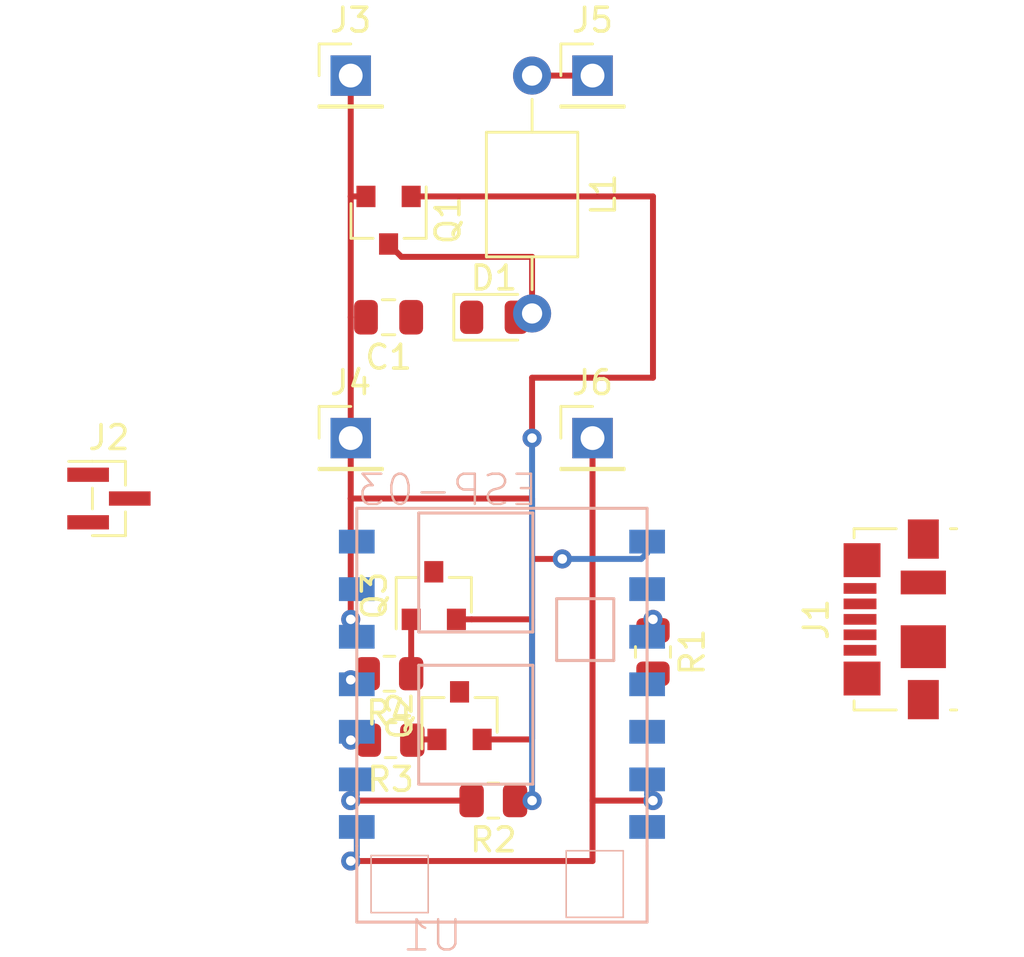
<source format=kicad_pcb>
(kicad_pcb (version 20171130) (host pcbnew 5.1.9+dfsg1-1)

  (general
    (thickness 1.6)
    (drawings 0)
    (tracks 62)
    (zones 0)
    (modules 17)
    (nets 17)
  )

  (page A4)
  (layers
    (0 F.Cu signal)
    (31 B.Cu signal)
    (32 B.Adhes user)
    (33 F.Adhes user)
    (34 B.Paste user)
    (35 F.Paste user)
    (36 B.SilkS user)
    (37 F.SilkS user)
    (38 B.Mask user)
    (39 F.Mask user)
    (40 Dwgs.User user)
    (41 Cmts.User user)
    (42 Eco1.User user)
    (43 Eco2.User user)
    (44 Edge.Cuts user)
    (45 Margin user)
    (46 B.CrtYd user)
    (47 F.CrtYd user)
    (48 B.Fab user)
    (49 F.Fab user)
  )

  (setup
    (last_trace_width 0.25)
    (trace_clearance 0.2)
    (zone_clearance 0.508)
    (zone_45_only no)
    (trace_min 0.2)
    (via_size 0.8)
    (via_drill 0.4)
    (via_min_size 0.4)
    (via_min_drill 0.3)
    (uvia_size 0.3)
    (uvia_drill 0.1)
    (uvias_allowed no)
    (uvia_min_size 0.2)
    (uvia_min_drill 0.1)
    (edge_width 0.05)
    (segment_width 0.2)
    (pcb_text_width 0.3)
    (pcb_text_size 1.5 1.5)
    (mod_edge_width 0.12)
    (mod_text_size 1 1)
    (mod_text_width 0.15)
    (pad_size 1.524 1.524)
    (pad_drill 0.762)
    (pad_to_mask_clearance 0)
    (aux_axis_origin 0 0)
    (visible_elements FFF9FF1F)
    (pcbplotparams
      (layerselection 0x010fc_ffffffff)
      (usegerberextensions false)
      (usegerberattributes true)
      (usegerberadvancedattributes true)
      (creategerberjobfile true)
      (excludeedgelayer true)
      (linewidth 0.100000)
      (plotframeref false)
      (viasonmask false)
      (mode 1)
      (useauxorigin false)
      (hpglpennumber 1)
      (hpglpenspeed 20)
      (hpglpendiameter 15.000000)
      (psnegative false)
      (psa4output false)
      (plotreference true)
      (plotvalue true)
      (plotinvisibletext false)
      (padsonsilk false)
      (subtractmaskfromsilk false)
      (outputformat 1)
      (mirror false)
      (drillshape 1)
      (scaleselection 1)
      (outputdirectory ""))
  )

  (net 0 "")
  (net 1 GND)
  (net 2 "Net-(D1-Pad2)")
  (net 3 "Net-(J1-Pad3)")
  (net 4 "Net-(J1-Pad2)")
  (net 5 "Net-(J1-Pad1)")
  (net 6 "Net-(J2-Pad2)")
  (net 7 "Net-(J2-Pad3)")
  (net 8 "Net-(Q1-Pad1)")
  (net 9 "Net-(R2-Pad2)")
  (net 10 "Net-(R1-Pad1)")
  (net 11 /32V)
  (net 12 "Net-(J6-Pad1)")
  (net 13 "Net-(Q2-Pad1)")
  (net 14 "Net-(Q3-Pad1)")
  (net 15 "Net-(R3-Pad2)")
  (net 16 "Net-(R4-Pad2)")

  (net_class Default "This is the default net class."
    (clearance 0.2)
    (trace_width 0.25)
    (via_dia 0.8)
    (via_drill 0.4)
    (uvia_dia 0.3)
    (uvia_drill 0.1)
    (add_net /32V)
    (add_net GND)
    (add_net "Net-(D1-Pad2)")
    (add_net "Net-(J1-Pad1)")
    (add_net "Net-(J1-Pad2)")
    (add_net "Net-(J1-Pad3)")
    (add_net "Net-(J1-Pad4)")
    (add_net "Net-(J2-Pad2)")
    (add_net "Net-(J2-Pad3)")
    (add_net "Net-(J6-Pad1)")
    (add_net "Net-(Q1-Pad1)")
    (add_net "Net-(Q2-Pad1)")
    (add_net "Net-(Q3-Pad1)")
    (add_net "Net-(R1-Pad1)")
    (add_net "Net-(R2-Pad2)")
    (add_net "Net-(R3-Pad2)")
    (add_net "Net-(R4-Pad2)")
    (add_net "Net-(U1-Pad13)")
    (add_net "Net-(U1-Pad14)")
    (add_net "Net-(U1-Pad2)")
    (add_net "Net-(U1-Pad5)")
    (add_net "Net-(U1-Pad7)")
  )

  (module ESP8266:ESP-03 (layer B.Cu) (tedit 584770AC) (tstamp 601C7BBC)
    (at 71.374 105.44938)
    (descr "Module, ESP-8266, ESP-03, 14 pad, SMD")
    (tags "Module ESP-8266 ESP8266")
    (path /601C5DF6)
    (attr smd)
    (fp_text reference U1 (at 3.17628 4.36498) (layer B.SilkS)
      (effects (font (size 1.27 1.27) (thickness 0.1016)) (justify mirror))
    )
    (fp_text value ESP-03 (at 3.81128 -14.36498) (layer B.SilkS)
      (effects (font (size 1.27 1.27) (thickness 0.1016)) (justify mirror))
    )
    (fp_line (start 0.60072 0.99948) (end 3.00102 0.99948) (layer B.SilkS) (width 0.06604))
    (fp_line (start 3.00102 0.99948) (end 3.00102 3.39978) (layer B.SilkS) (width 0.06604))
    (fp_line (start 0.60072 3.39978) (end 3.00102 3.39978) (layer B.SilkS) (width 0.06604))
    (fp_line (start 0.60072 0.99948) (end 0.60072 3.39978) (layer B.SilkS) (width 0.06604))
    (fp_line (start 8.79984 0.79882) (end 11.1976 0.79882) (layer B.SilkS) (width 0.06604))
    (fp_line (start 11.1976 0.79882) (end 11.1976 3.5979) (layer B.SilkS) (width 0.06604))
    (fp_line (start 8.79984 3.5979) (end 11.1976 3.5979) (layer B.SilkS) (width 0.06604))
    (fp_line (start 8.79984 0.79882) (end 8.79984 3.5979) (layer B.SilkS) (width 0.06604))
    (fp_line (start 0.00128 -13.5979) (end 12.19836 -13.5979) (layer B.SilkS) (width 0.127))
    (fp_line (start 0.00128 3.79856) (end 12.19836 3.79856) (layer B.SilkS) (width 0.127))
    (fp_line (start 12.19836 3.79856) (end 12.19836 0.59816) (layer B.SilkS) (width 0.127))
    (fp_line (start 12.19836 0.59816) (end 12.19836 -13.5979) (layer B.SilkS) (width 0.127))
    (fp_line (start 0.00128 3.79856) (end 0.00128 0.59816) (layer B.SilkS) (width 0.127))
    (fp_line (start 0.00128 0.59816) (end 0.00128 -13.5979) (layer B.SilkS) (width 0.127))
    (fp_line (start 7.39776 -2.00026) (end 2.60224 -2.00026) (layer B.SilkS) (width 0.127))
    (fp_line (start 2.60224 -2.00026) (end 2.60224 -6.99898) (layer B.SilkS) (width 0.127))
    (fp_line (start 2.60224 -6.99898) (end 7.39776 -6.99898) (layer B.SilkS) (width 0.127))
    (fp_line (start 7.39776 -6.99898) (end 7.39776 -2.00026) (layer B.SilkS) (width 0.127))
    (fp_line (start 10.79882 -7.19964) (end 8.39852 -7.19964) (layer B.SilkS) (width 0.127))
    (fp_line (start 8.39852 -7.19964) (end 8.39852 -9.79806) (layer B.SilkS) (width 0.127))
    (fp_line (start 8.39852 -9.79806) (end 10.79882 -9.79806) (layer B.SilkS) (width 0.127))
    (fp_line (start 10.79882 -9.79806) (end 10.79882 -7.19964) (layer B.SilkS) (width 0.127))
    (fp_line (start 7.39776 -8.39852) (end 2.60224 -8.39852) (layer B.SilkS) (width 0.127))
    (fp_line (start 2.60224 -8.39852) (end 2.60224 -13.39978) (layer B.SilkS) (width 0.127))
    (fp_line (start 2.60224 -13.39978) (end 7.39776 -13.39978) (layer B.SilkS) (width 0.127))
    (fp_line (start 7.39776 -13.39978) (end 7.39776 -8.39852) (layer B.SilkS) (width 0.127))
    (pad 8 smd rect (at 0 -0.20194) (size 1.5 1) (layers B.Cu B.Paste B.Mask)
      (net 12 "Net-(J6-Pad1)"))
    (pad 3 smd rect (at 12.2 -8.19786) (size 1.5 1) (layers B.Cu B.Paste B.Mask)
      (net 10 "Net-(R1-Pad1)"))
    (pad 4 smd rect (at 12.2 -6.19888) (size 1.5 1) (layers B.Cu B.Paste B.Mask)
      (net 3 "Net-(J1-Pad3)"))
    (pad 2 smd rect (at 12.2 -10.19938) (size 1.5 1) (layers B.Cu B.Paste B.Mask))
    (pad 5 smd rect (at 12.2 -4.20244) (size 1.5 1) (layers B.Cu B.Paste B.Mask))
    (pad 12 smd rect (at 0 -8.19786) (size 1.5 1) (layers B.Cu B.Paste B.Mask)
      (net 1 GND))
    (pad 9 smd rect (at 0 -2.20092) (size 1.5 1) (layers B.Cu B.Paste B.Mask)
      (net 9 "Net-(R2-Pad2)"))
    (pad 11 smd rect (at 0 -6.19888) (size 1.5 1) (layers B.Cu B.Paste B.Mask)
      (net 16 "Net-(R4-Pad2)"))
    (pad 10 smd rect (at 0 -4.20244) (size 1.5 1) (layers B.Cu B.Paste B.Mask)
      (net 15 "Net-(R3-Pad2)"))
    (pad 13 smd rect (at 0 -10.19938) (size 1.5 1) (layers B.Cu B.Paste B.Mask))
    (pad 14 smd rect (at 0 -12.19836) (size 1.5 1) (layers B.Cu B.Paste B.Mask))
    (pad 1 smd rect (at 12.2 -12.19836) (size 1.5 1) (layers B.Cu B.Paste B.Mask)
      (net 1 GND))
    (pad 6 smd rect (at 12.2 -2.20092) (size 1.5 1) (layers B.Cu B.Paste B.Mask)
      (net 12 "Net-(J6-Pad1)"))
    (pad 7 smd rect (at 12.2 -0.20194) (size 1.5 1) (layers B.Cu B.Paste B.Mask))
  )

  (module Resistor_SMD:R_0805_2012Metric (layer F.Cu) (tedit 5F68FEEE) (tstamp 601D960E)
    (at 72.7475 98.806 180)
    (descr "Resistor SMD 0805 (2012 Metric), square (rectangular) end terminal, IPC_7351 nominal, (Body size source: IPC-SM-782 page 72, https://www.pcb-3d.com/wordpress/wp-content/uploads/ipc-sm-782a_amendment_1_and_2.pdf), generated with kicad-footprint-generator")
    (tags resistor)
    (path /601FB68C)
    (attr smd)
    (fp_text reference R4 (at 0 -1.65) (layer F.SilkS)
      (effects (font (size 1 1) (thickness 0.15)))
    )
    (fp_text value 6k8 (at 0 1.65) (layer F.Fab)
      (effects (font (size 1 1) (thickness 0.15)))
    )
    (fp_text user %R (at 0 0) (layer F.Fab)
      (effects (font (size 0.5 0.5) (thickness 0.08)))
    )
    (fp_line (start -1 0.625) (end -1 -0.625) (layer F.Fab) (width 0.1))
    (fp_line (start -1 -0.625) (end 1 -0.625) (layer F.Fab) (width 0.1))
    (fp_line (start 1 -0.625) (end 1 0.625) (layer F.Fab) (width 0.1))
    (fp_line (start 1 0.625) (end -1 0.625) (layer F.Fab) (width 0.1))
    (fp_line (start -0.227064 -0.735) (end 0.227064 -0.735) (layer F.SilkS) (width 0.12))
    (fp_line (start -0.227064 0.735) (end 0.227064 0.735) (layer F.SilkS) (width 0.12))
    (fp_line (start -1.68 0.95) (end -1.68 -0.95) (layer F.CrtYd) (width 0.05))
    (fp_line (start -1.68 -0.95) (end 1.68 -0.95) (layer F.CrtYd) (width 0.05))
    (fp_line (start 1.68 -0.95) (end 1.68 0.95) (layer F.CrtYd) (width 0.05))
    (fp_line (start 1.68 0.95) (end -1.68 0.95) (layer F.CrtYd) (width 0.05))
    (pad 2 smd roundrect (at 0.9125 0 180) (size 1.025 1.4) (layers F.Cu F.Paste F.Mask) (roundrect_rratio 0.243902)
      (net 16 "Net-(R4-Pad2)"))
    (pad 1 smd roundrect (at -0.9125 0 180) (size 1.025 1.4) (layers F.Cu F.Paste F.Mask) (roundrect_rratio 0.243902)
      (net 14 "Net-(Q3-Pad1)"))
    (model ${KISYS3DMOD}/Resistor_SMD.3dshapes/R_0805_2012Metric.wrl
      (at (xyz 0 0 0))
      (scale (xyz 1 1 1))
      (rotate (xyz 0 0 0))
    )
  )

  (module Resistor_SMD:R_0805_2012Metric (layer F.Cu) (tedit 5F68FEEE) (tstamp 601D95FD)
    (at 72.7945 101.6 180)
    (descr "Resistor SMD 0805 (2012 Metric), square (rectangular) end terminal, IPC_7351 nominal, (Body size source: IPC-SM-782 page 72, https://www.pcb-3d.com/wordpress/wp-content/uploads/ipc-sm-782a_amendment_1_and_2.pdf), generated with kicad-footprint-generator")
    (tags resistor)
    (path /601FA6AE)
    (attr smd)
    (fp_text reference R3 (at 0 -1.65) (layer F.SilkS)
      (effects (font (size 1 1) (thickness 0.15)))
    )
    (fp_text value 6k8 (at 0 1.65) (layer F.Fab)
      (effects (font (size 1 1) (thickness 0.15)))
    )
    (fp_text user %R (at 0 0) (layer F.Fab)
      (effects (font (size 0.5 0.5) (thickness 0.08)))
    )
    (fp_line (start -1 0.625) (end -1 -0.625) (layer F.Fab) (width 0.1))
    (fp_line (start -1 -0.625) (end 1 -0.625) (layer F.Fab) (width 0.1))
    (fp_line (start 1 -0.625) (end 1 0.625) (layer F.Fab) (width 0.1))
    (fp_line (start 1 0.625) (end -1 0.625) (layer F.Fab) (width 0.1))
    (fp_line (start -0.227064 -0.735) (end 0.227064 -0.735) (layer F.SilkS) (width 0.12))
    (fp_line (start -0.227064 0.735) (end 0.227064 0.735) (layer F.SilkS) (width 0.12))
    (fp_line (start -1.68 0.95) (end -1.68 -0.95) (layer F.CrtYd) (width 0.05))
    (fp_line (start -1.68 -0.95) (end 1.68 -0.95) (layer F.CrtYd) (width 0.05))
    (fp_line (start 1.68 -0.95) (end 1.68 0.95) (layer F.CrtYd) (width 0.05))
    (fp_line (start 1.68 0.95) (end -1.68 0.95) (layer F.CrtYd) (width 0.05))
    (pad 2 smd roundrect (at 0.9125 0 180) (size 1.025 1.4) (layers F.Cu F.Paste F.Mask) (roundrect_rratio 0.243902)
      (net 15 "Net-(R3-Pad2)"))
    (pad 1 smd roundrect (at -0.9125 0 180) (size 1.025 1.4) (layers F.Cu F.Paste F.Mask) (roundrect_rratio 0.243902)
      (net 13 "Net-(Q2-Pad1)"))
    (model ${KISYS3DMOD}/Resistor_SMD.3dshapes/R_0805_2012Metric.wrl
      (at (xyz 0 0 0))
      (scale (xyz 1 1 1))
      (rotate (xyz 0 0 0))
    )
  )

  (module Package_TO_SOT_SMD:SOT-23 (layer F.Cu) (tedit 5A02FF57) (tstamp 601D95BC)
    (at 74.61 95.52 90)
    (descr "SOT-23, Standard")
    (tags SOT-23)
    (path /601FB680)
    (attr smd)
    (fp_text reference Q3 (at 0 -2.5 90) (layer F.SilkS)
      (effects (font (size 1 1) (thickness 0.15)))
    )
    (fp_text value MMBT5551L (at 0 2.5 90) (layer F.Fab)
      (effects (font (size 1 1) (thickness 0.15)))
    )
    (fp_text user %R (at 0 0) (layer F.Fab)
      (effects (font (size 0.5 0.5) (thickness 0.075)))
    )
    (fp_line (start -0.7 -0.95) (end -0.7 1.5) (layer F.Fab) (width 0.1))
    (fp_line (start -0.15 -1.52) (end 0.7 -1.52) (layer F.Fab) (width 0.1))
    (fp_line (start -0.7 -0.95) (end -0.15 -1.52) (layer F.Fab) (width 0.1))
    (fp_line (start 0.7 -1.52) (end 0.7 1.52) (layer F.Fab) (width 0.1))
    (fp_line (start -0.7 1.52) (end 0.7 1.52) (layer F.Fab) (width 0.1))
    (fp_line (start 0.76 1.58) (end 0.76 0.65) (layer F.SilkS) (width 0.12))
    (fp_line (start 0.76 -1.58) (end 0.76 -0.65) (layer F.SilkS) (width 0.12))
    (fp_line (start -1.7 -1.75) (end 1.7 -1.75) (layer F.CrtYd) (width 0.05))
    (fp_line (start 1.7 -1.75) (end 1.7 1.75) (layer F.CrtYd) (width 0.05))
    (fp_line (start 1.7 1.75) (end -1.7 1.75) (layer F.CrtYd) (width 0.05))
    (fp_line (start -1.7 1.75) (end -1.7 -1.75) (layer F.CrtYd) (width 0.05))
    (fp_line (start 0.76 -1.58) (end -1.4 -1.58) (layer F.SilkS) (width 0.12))
    (fp_line (start 0.76 1.58) (end -0.7 1.58) (layer F.SilkS) (width 0.12))
    (pad 3 smd rect (at 1 0 90) (size 0.9 0.8) (layers F.Cu F.Paste F.Mask)
      (net 7 "Net-(J2-Pad3)"))
    (pad 2 smd rect (at -1 0.95 90) (size 0.9 0.8) (layers F.Cu F.Paste F.Mask)
      (net 1 GND))
    (pad 1 smd rect (at -1 -0.95 90) (size 0.9 0.8) (layers F.Cu F.Paste F.Mask)
      (net 14 "Net-(Q3-Pad1)"))
    (model ${KISYS3DMOD}/Package_TO_SOT_SMD.3dshapes/SOT-23.wrl
      (at (xyz 0 0 0))
      (scale (xyz 1 1 1))
      (rotate (xyz 0 0 0))
    )
  )

  (module Package_TO_SOT_SMD:SOT-23 (layer F.Cu) (tedit 5A02FF57) (tstamp 601D95A7)
    (at 75.692 100.568 90)
    (descr "SOT-23, Standard")
    (tags SOT-23)
    (path /601FA6A2)
    (attr smd)
    (fp_text reference Q2 (at 0 -2.5 90) (layer F.SilkS)
      (effects (font (size 1 1) (thickness 0.15)))
    )
    (fp_text value MMBT5551L (at 0 2.5 90) (layer F.Fab)
      (effects (font (size 1 1) (thickness 0.15)))
    )
    (fp_text user %R (at 0 0) (layer F.Fab)
      (effects (font (size 0.5 0.5) (thickness 0.075)))
    )
    (fp_line (start -0.7 -0.95) (end -0.7 1.5) (layer F.Fab) (width 0.1))
    (fp_line (start -0.15 -1.52) (end 0.7 -1.52) (layer F.Fab) (width 0.1))
    (fp_line (start -0.7 -0.95) (end -0.15 -1.52) (layer F.Fab) (width 0.1))
    (fp_line (start 0.7 -1.52) (end 0.7 1.52) (layer F.Fab) (width 0.1))
    (fp_line (start -0.7 1.52) (end 0.7 1.52) (layer F.Fab) (width 0.1))
    (fp_line (start 0.76 1.58) (end 0.76 0.65) (layer F.SilkS) (width 0.12))
    (fp_line (start 0.76 -1.58) (end 0.76 -0.65) (layer F.SilkS) (width 0.12))
    (fp_line (start -1.7 -1.75) (end 1.7 -1.75) (layer F.CrtYd) (width 0.05))
    (fp_line (start 1.7 -1.75) (end 1.7 1.75) (layer F.CrtYd) (width 0.05))
    (fp_line (start 1.7 1.75) (end -1.7 1.75) (layer F.CrtYd) (width 0.05))
    (fp_line (start -1.7 1.75) (end -1.7 -1.75) (layer F.CrtYd) (width 0.05))
    (fp_line (start 0.76 -1.58) (end -1.4 -1.58) (layer F.SilkS) (width 0.12))
    (fp_line (start 0.76 1.58) (end -0.7 1.58) (layer F.SilkS) (width 0.12))
    (pad 3 smd rect (at 1 0 90) (size 0.9 0.8) (layers F.Cu F.Paste F.Mask)
      (net 6 "Net-(J2-Pad2)"))
    (pad 2 smd rect (at -1 0.95 90) (size 0.9 0.8) (layers F.Cu F.Paste F.Mask)
      (net 1 GND))
    (pad 1 smd rect (at -1 -0.95 90) (size 0.9 0.8) (layers F.Cu F.Paste F.Mask)
      (net 13 "Net-(Q2-Pad1)"))
    (model ${KISYS3DMOD}/Package_TO_SOT_SMD.3dshapes/SOT-23.wrl
      (at (xyz 0 0 0))
      (scale (xyz 1 1 1))
      (rotate (xyz 0 0 0))
    )
  )

  (module Connector_PinHeader_2.54mm:PinHeader_1x01_P2.54mm_Vertical (layer F.Cu) (tedit 59FED5CC) (tstamp 601D953E)
    (at 81.28 88.9)
    (descr "Through hole straight pin header, 1x01, 2.54mm pitch, single row")
    (tags "Through hole pin header THT 1x01 2.54mm single row")
    (path /6021A11C)
    (fp_text reference J6 (at 0 -2.33) (layer F.SilkS)
      (effects (font (size 1 1) (thickness 0.15)))
    )
    (fp_text value 2V6 (at 0 2.33) (layer F.Fab)
      (effects (font (size 1 1) (thickness 0.15)))
    )
    (fp_text user %R (at 0 0 90) (layer F.Fab)
      (effects (font (size 1 1) (thickness 0.15)))
    )
    (fp_line (start -0.635 -1.27) (end 1.27 -1.27) (layer F.Fab) (width 0.1))
    (fp_line (start 1.27 -1.27) (end 1.27 1.27) (layer F.Fab) (width 0.1))
    (fp_line (start 1.27 1.27) (end -1.27 1.27) (layer F.Fab) (width 0.1))
    (fp_line (start -1.27 1.27) (end -1.27 -0.635) (layer F.Fab) (width 0.1))
    (fp_line (start -1.27 -0.635) (end -0.635 -1.27) (layer F.Fab) (width 0.1))
    (fp_line (start -1.33 1.33) (end 1.33 1.33) (layer F.SilkS) (width 0.12))
    (fp_line (start -1.33 1.27) (end -1.33 1.33) (layer F.SilkS) (width 0.12))
    (fp_line (start 1.33 1.27) (end 1.33 1.33) (layer F.SilkS) (width 0.12))
    (fp_line (start -1.33 1.27) (end 1.33 1.27) (layer F.SilkS) (width 0.12))
    (fp_line (start -1.33 0) (end -1.33 -1.33) (layer F.SilkS) (width 0.12))
    (fp_line (start -1.33 -1.33) (end 0 -1.33) (layer F.SilkS) (width 0.12))
    (fp_line (start -1.8 -1.8) (end -1.8 1.8) (layer F.CrtYd) (width 0.05))
    (fp_line (start -1.8 1.8) (end 1.8 1.8) (layer F.CrtYd) (width 0.05))
    (fp_line (start 1.8 1.8) (end 1.8 -1.8) (layer F.CrtYd) (width 0.05))
    (fp_line (start 1.8 -1.8) (end -1.8 -1.8) (layer F.CrtYd) (width 0.05))
    (pad 1 thru_hole rect (at 0 0) (size 1.7 1.7) (drill 1) (layers *.Cu *.Mask)
      (net 12 "Net-(J6-Pad1)"))
    (model ${KISYS3DMOD}/Connector_PinHeader_2.54mm.3dshapes/PinHeader_1x01_P2.54mm_Vertical.wrl
      (at (xyz 0 0 0))
      (scale (xyz 1 1 1))
      (rotate (xyz 0 0 0))
    )
  )

  (module Connector_PinHeader_2.54mm:PinHeader_1x01_P2.54mm_Vertical (layer F.Cu) (tedit 59FED5CC) (tstamp 601D9F4E)
    (at 81.28 73.66)
    (descr "Through hole straight pin header, 1x01, 2.54mm pitch, single row")
    (tags "Through hole pin header THT 1x01 2.54mm single row")
    (path /6021B4A7)
    (fp_text reference J5 (at 0 -2.33) (layer F.SilkS)
      (effects (font (size 1 1) (thickness 0.15)))
    )
    (fp_text value 5V (at 0 2.33) (layer F.Fab)
      (effects (font (size 1 1) (thickness 0.15)))
    )
    (fp_text user %R (at 0 0 90) (layer F.Fab)
      (effects (font (size 1 1) (thickness 0.15)))
    )
    (fp_line (start -0.635 -1.27) (end 1.27 -1.27) (layer F.Fab) (width 0.1))
    (fp_line (start 1.27 -1.27) (end 1.27 1.27) (layer F.Fab) (width 0.1))
    (fp_line (start 1.27 1.27) (end -1.27 1.27) (layer F.Fab) (width 0.1))
    (fp_line (start -1.27 1.27) (end -1.27 -0.635) (layer F.Fab) (width 0.1))
    (fp_line (start -1.27 -0.635) (end -0.635 -1.27) (layer F.Fab) (width 0.1))
    (fp_line (start -1.33 1.33) (end 1.33 1.33) (layer F.SilkS) (width 0.12))
    (fp_line (start -1.33 1.27) (end -1.33 1.33) (layer F.SilkS) (width 0.12))
    (fp_line (start 1.33 1.27) (end 1.33 1.33) (layer F.SilkS) (width 0.12))
    (fp_line (start -1.33 1.27) (end 1.33 1.27) (layer F.SilkS) (width 0.12))
    (fp_line (start -1.33 0) (end -1.33 -1.33) (layer F.SilkS) (width 0.12))
    (fp_line (start -1.33 -1.33) (end 0 -1.33) (layer F.SilkS) (width 0.12))
    (fp_line (start -1.8 -1.8) (end -1.8 1.8) (layer F.CrtYd) (width 0.05))
    (fp_line (start -1.8 1.8) (end 1.8 1.8) (layer F.CrtYd) (width 0.05))
    (fp_line (start 1.8 1.8) (end 1.8 -1.8) (layer F.CrtYd) (width 0.05))
    (fp_line (start 1.8 -1.8) (end -1.8 -1.8) (layer F.CrtYd) (width 0.05))
    (pad 1 thru_hole rect (at 0 0) (size 1.7 1.7) (drill 1) (layers *.Cu *.Mask)
      (net 5 "Net-(J1-Pad1)"))
    (model ${KISYS3DMOD}/Connector_PinHeader_2.54mm.3dshapes/PinHeader_1x01_P2.54mm_Vertical.wrl
      (at (xyz 0 0 0))
      (scale (xyz 1 1 1))
      (rotate (xyz 0 0 0))
    )
  )

  (module Connector_PinHeader_2.54mm:PinHeader_1x01_P2.54mm_Vertical (layer F.Cu) (tedit 59FED5CC) (tstamp 601D9514)
    (at 71.12 88.9)
    (descr "Through hole straight pin header, 1x01, 2.54mm pitch, single row")
    (tags "Through hole pin header THT 1x01 2.54mm single row")
    (path /6021C174)
    (fp_text reference J4 (at 0 -2.33) (layer F.SilkS)
      (effects (font (size 1 1) (thickness 0.15)))
    )
    (fp_text value GND (at 0 2.33) (layer F.Fab)
      (effects (font (size 1 1) (thickness 0.15)))
    )
    (fp_text user %R (at 0 0 90) (layer F.Fab)
      (effects (font (size 1 1) (thickness 0.15)))
    )
    (fp_line (start -0.635 -1.27) (end 1.27 -1.27) (layer F.Fab) (width 0.1))
    (fp_line (start 1.27 -1.27) (end 1.27 1.27) (layer F.Fab) (width 0.1))
    (fp_line (start 1.27 1.27) (end -1.27 1.27) (layer F.Fab) (width 0.1))
    (fp_line (start -1.27 1.27) (end -1.27 -0.635) (layer F.Fab) (width 0.1))
    (fp_line (start -1.27 -0.635) (end -0.635 -1.27) (layer F.Fab) (width 0.1))
    (fp_line (start -1.33 1.33) (end 1.33 1.33) (layer F.SilkS) (width 0.12))
    (fp_line (start -1.33 1.27) (end -1.33 1.33) (layer F.SilkS) (width 0.12))
    (fp_line (start 1.33 1.27) (end 1.33 1.33) (layer F.SilkS) (width 0.12))
    (fp_line (start -1.33 1.27) (end 1.33 1.27) (layer F.SilkS) (width 0.12))
    (fp_line (start -1.33 0) (end -1.33 -1.33) (layer F.SilkS) (width 0.12))
    (fp_line (start -1.33 -1.33) (end 0 -1.33) (layer F.SilkS) (width 0.12))
    (fp_line (start -1.8 -1.8) (end -1.8 1.8) (layer F.CrtYd) (width 0.05))
    (fp_line (start -1.8 1.8) (end 1.8 1.8) (layer F.CrtYd) (width 0.05))
    (fp_line (start 1.8 1.8) (end 1.8 -1.8) (layer F.CrtYd) (width 0.05))
    (fp_line (start 1.8 -1.8) (end -1.8 -1.8) (layer F.CrtYd) (width 0.05))
    (pad 1 thru_hole rect (at 0 0) (size 1.7 1.7) (drill 1) (layers *.Cu *.Mask)
      (net 1 GND))
    (model ${KISYS3DMOD}/Connector_PinHeader_2.54mm.3dshapes/PinHeader_1x01_P2.54mm_Vertical.wrl
      (at (xyz 0 0 0))
      (scale (xyz 1 1 1))
      (rotate (xyz 0 0 0))
    )
  )

  (module Connector_PinHeader_2.54mm:PinHeader_1x01_P2.54mm_Vertical (layer F.Cu) (tedit 59FED5CC) (tstamp 601D94FF)
    (at 71.12 73.66)
    (descr "Through hole straight pin header, 1x01, 2.54mm pitch, single row")
    (tags "Through hole pin header THT 1x01 2.54mm single row")
    (path /6021E505)
    (fp_text reference J3 (at 0 -2.33) (layer F.SilkS)
      (effects (font (size 1 1) (thickness 0.15)))
    )
    (fp_text value GND (at 0 2.33) (layer F.Fab)
      (effects (font (size 1 1) (thickness 0.15)))
    )
    (fp_text user %R (at 0 0 90) (layer F.Fab)
      (effects (font (size 1 1) (thickness 0.15)))
    )
    (fp_line (start -0.635 -1.27) (end 1.27 -1.27) (layer F.Fab) (width 0.1))
    (fp_line (start 1.27 -1.27) (end 1.27 1.27) (layer F.Fab) (width 0.1))
    (fp_line (start 1.27 1.27) (end -1.27 1.27) (layer F.Fab) (width 0.1))
    (fp_line (start -1.27 1.27) (end -1.27 -0.635) (layer F.Fab) (width 0.1))
    (fp_line (start -1.27 -0.635) (end -0.635 -1.27) (layer F.Fab) (width 0.1))
    (fp_line (start -1.33 1.33) (end 1.33 1.33) (layer F.SilkS) (width 0.12))
    (fp_line (start -1.33 1.27) (end -1.33 1.33) (layer F.SilkS) (width 0.12))
    (fp_line (start 1.33 1.27) (end 1.33 1.33) (layer F.SilkS) (width 0.12))
    (fp_line (start -1.33 1.27) (end 1.33 1.27) (layer F.SilkS) (width 0.12))
    (fp_line (start -1.33 0) (end -1.33 -1.33) (layer F.SilkS) (width 0.12))
    (fp_line (start -1.33 -1.33) (end 0 -1.33) (layer F.SilkS) (width 0.12))
    (fp_line (start -1.8 -1.8) (end -1.8 1.8) (layer F.CrtYd) (width 0.05))
    (fp_line (start -1.8 1.8) (end 1.8 1.8) (layer F.CrtYd) (width 0.05))
    (fp_line (start 1.8 1.8) (end 1.8 -1.8) (layer F.CrtYd) (width 0.05))
    (fp_line (start 1.8 -1.8) (end -1.8 -1.8) (layer F.CrtYd) (width 0.05))
    (pad 1 thru_hole rect (at 0 0) (size 1.7 1.7) (drill 1) (layers *.Cu *.Mask)
      (net 1 GND))
    (model ${KISYS3DMOD}/Connector_PinHeader_2.54mm.3dshapes/PinHeader_1x01_P2.54mm_Vertical.wrl
      (at (xyz 0 0 0))
      (scale (xyz 1 1 1))
      (rotate (xyz 0 0 0))
    )
  )

  (module Resistor_SMD:R_0805_2012Metric (layer F.Cu) (tedit 5F68FEEE) (tstamp 601C811D)
    (at 83.82 97.8935 270)
    (descr "Resistor SMD 0805 (2012 Metric), square (rectangular) end terminal, IPC_7351 nominal, (Body size source: IPC-SM-782 page 72, https://www.pcb-3d.com/wordpress/wp-content/uploads/ipc-sm-782a_amendment_1_and_2.pdf), generated with kicad-footprint-generator")
    (tags resistor)
    (path /601C7B7A)
    (attr smd)
    (fp_text reference R1 (at 0 -1.65 90) (layer F.SilkS)
      (effects (font (size 1 1) (thickness 0.15)))
    )
    (fp_text value 0?R (at 0 1.65 90) (layer F.Fab)
      (effects (font (size 1 1) (thickness 0.15)))
    )
    (fp_text user %R (at 0 0 90) (layer F.Fab)
      (effects (font (size 0.5 0.5) (thickness 0.08)))
    )
    (fp_line (start -1 0.625) (end -1 -0.625) (layer F.Fab) (width 0.1))
    (fp_line (start -1 -0.625) (end 1 -0.625) (layer F.Fab) (width 0.1))
    (fp_line (start 1 -0.625) (end 1 0.625) (layer F.Fab) (width 0.1))
    (fp_line (start 1 0.625) (end -1 0.625) (layer F.Fab) (width 0.1))
    (fp_line (start -0.227064 -0.735) (end 0.227064 -0.735) (layer F.SilkS) (width 0.12))
    (fp_line (start -0.227064 0.735) (end 0.227064 0.735) (layer F.SilkS) (width 0.12))
    (fp_line (start -1.68 0.95) (end -1.68 -0.95) (layer F.CrtYd) (width 0.05))
    (fp_line (start -1.68 -0.95) (end 1.68 -0.95) (layer F.CrtYd) (width 0.05))
    (fp_line (start 1.68 -0.95) (end 1.68 0.95) (layer F.CrtYd) (width 0.05))
    (fp_line (start 1.68 0.95) (end -1.68 0.95) (layer F.CrtYd) (width 0.05))
    (pad 2 smd roundrect (at 0.9125 0 270) (size 1.025 1.4) (layers F.Cu F.Paste F.Mask) (roundrect_rratio 0.243902)
      (net 4 "Net-(J1-Pad2)"))
    (pad 1 smd roundrect (at -0.9125 0 270) (size 1.025 1.4) (layers F.Cu F.Paste F.Mask) (roundrect_rratio 0.243902)
      (net 10 "Net-(R1-Pad1)"))
    (model ${KISYS3DMOD}/Resistor_SMD.3dshapes/R_0805_2012Metric.wrl
      (at (xyz 0 0 0))
      (scale (xyz 1 1 1))
      (rotate (xyz 0 0 0))
    )
  )

  (module Resistor_SMD:R_0805_2012Metric (layer F.Cu) (tedit 5F68FEEE) (tstamp 601C76E9)
    (at 77.1125 104.14 180)
    (descr "Resistor SMD 0805 (2012 Metric), square (rectangular) end terminal, IPC_7351 nominal, (Body size source: IPC-SM-782 page 72, https://www.pcb-3d.com/wordpress/wp-content/uploads/ipc-sm-782a_amendment_1_and_2.pdf), generated with kicad-footprint-generator")
    (tags resistor)
    (path /601DC5F4)
    (attr smd)
    (fp_text reference R2 (at 0 -1.65) (layer F.SilkS)
      (effects (font (size 1 1) (thickness 0.15)))
    )
    (fp_text value 1k5 (at 0 1.65) (layer F.Fab)
      (effects (font (size 1 1) (thickness 0.15)))
    )
    (fp_text user %R (at 0 0) (layer F.Fab)
      (effects (font (size 0.5 0.5) (thickness 0.08)))
    )
    (fp_line (start -1 0.625) (end -1 -0.625) (layer F.Fab) (width 0.1))
    (fp_line (start -1 -0.625) (end 1 -0.625) (layer F.Fab) (width 0.1))
    (fp_line (start 1 -0.625) (end 1 0.625) (layer F.Fab) (width 0.1))
    (fp_line (start 1 0.625) (end -1 0.625) (layer F.Fab) (width 0.1))
    (fp_line (start -0.227064 -0.735) (end 0.227064 -0.735) (layer F.SilkS) (width 0.12))
    (fp_line (start -0.227064 0.735) (end 0.227064 0.735) (layer F.SilkS) (width 0.12))
    (fp_line (start -1.68 0.95) (end -1.68 -0.95) (layer F.CrtYd) (width 0.05))
    (fp_line (start -1.68 -0.95) (end 1.68 -0.95) (layer F.CrtYd) (width 0.05))
    (fp_line (start 1.68 -0.95) (end 1.68 0.95) (layer F.CrtYd) (width 0.05))
    (fp_line (start 1.68 0.95) (end -1.68 0.95) (layer F.CrtYd) (width 0.05))
    (pad 2 smd roundrect (at 0.9125 0 180) (size 1.025 1.4) (layers F.Cu F.Paste F.Mask) (roundrect_rratio 0.243902)
      (net 9 "Net-(R2-Pad2)"))
    (pad 1 smd roundrect (at -0.9125 0 180) (size 1.025 1.4) (layers F.Cu F.Paste F.Mask) (roundrect_rratio 0.243902)
      (net 8 "Net-(Q1-Pad1)"))
    (model ${KISYS3DMOD}/Resistor_SMD.3dshapes/R_0805_2012Metric.wrl
      (at (xyz 0 0 0))
      (scale (xyz 1 1 1))
      (rotate (xyz 0 0 0))
    )
  )

  (module Package_TO_SOT_SMD:SOT-23 (layer F.Cu) (tedit 5A02FF57) (tstamp 601C76D8)
    (at 72.71 79.74 270)
    (descr "SOT-23, Standard")
    (tags SOT-23)
    (path /601CD246)
    (attr smd)
    (fp_text reference Q1 (at 0 -2.5 90) (layer F.SilkS)
      (effects (font (size 1 1) (thickness 0.15)))
    )
    (fp_text value MMBT5551L (at 0 2.5 90) (layer F.Fab)
      (effects (font (size 1 1) (thickness 0.15)))
    )
    (fp_text user %R (at 0 0) (layer F.Fab)
      (effects (font (size 0.5 0.5) (thickness 0.075)))
    )
    (fp_line (start -0.7 -0.95) (end -0.7 1.5) (layer F.Fab) (width 0.1))
    (fp_line (start -0.15 -1.52) (end 0.7 -1.52) (layer F.Fab) (width 0.1))
    (fp_line (start -0.7 -0.95) (end -0.15 -1.52) (layer F.Fab) (width 0.1))
    (fp_line (start 0.7 -1.52) (end 0.7 1.52) (layer F.Fab) (width 0.1))
    (fp_line (start -0.7 1.52) (end 0.7 1.52) (layer F.Fab) (width 0.1))
    (fp_line (start 0.76 1.58) (end 0.76 0.65) (layer F.SilkS) (width 0.12))
    (fp_line (start 0.76 -1.58) (end 0.76 -0.65) (layer F.SilkS) (width 0.12))
    (fp_line (start -1.7 -1.75) (end 1.7 -1.75) (layer F.CrtYd) (width 0.05))
    (fp_line (start 1.7 -1.75) (end 1.7 1.75) (layer F.CrtYd) (width 0.05))
    (fp_line (start 1.7 1.75) (end -1.7 1.75) (layer F.CrtYd) (width 0.05))
    (fp_line (start -1.7 1.75) (end -1.7 -1.75) (layer F.CrtYd) (width 0.05))
    (fp_line (start 0.76 -1.58) (end -1.4 -1.58) (layer F.SilkS) (width 0.12))
    (fp_line (start 0.76 1.58) (end -0.7 1.58) (layer F.SilkS) (width 0.12))
    (pad 3 smd rect (at 1 0 270) (size 0.9 0.8) (layers F.Cu F.Paste F.Mask)
      (net 2 "Net-(D1-Pad2)"))
    (pad 2 smd rect (at -1 0.95 270) (size 0.9 0.8) (layers F.Cu F.Paste F.Mask)
      (net 1 GND))
    (pad 1 smd rect (at -1 -0.95 270) (size 0.9 0.8) (layers F.Cu F.Paste F.Mask)
      (net 8 "Net-(Q1-Pad1)"))
    (model ${KISYS3DMOD}/Package_TO_SOT_SMD.3dshapes/SOT-23.wrl
      (at (xyz 0 0 0))
      (scale (xyz 1 1 1))
      (rotate (xyz 0 0 0))
    )
  )

  (module Inductor_THT:L_Axial_L5.0mm_D3.6mm_P10.00mm_Horizontal_Murata_BL01RN1A2A2 (layer F.Cu) (tedit 5BC67E52) (tstamp 601C76C3)
    (at 78.74 73.66 270)
    (descr "Inductor, Murata BL01RN1A2A2, Axial, Horizontal, pin pitch=10.00mm, length*diameter=5*3.6mm, https://www.murata.com/en-global/products/productdetail?partno=BL01RN1A2A2%23")
    (tags "inductor axial horizontal")
    (path /601C832F)
    (fp_text reference L1 (at 5 -3 90) (layer F.SilkS)
      (effects (font (size 1 1) (thickness 0.15)))
    )
    (fp_text value 220µ (at 5 3 90) (layer F.Fab)
      (effects (font (size 1 1) (thickness 0.15)))
    )
    (fp_text user %R (at 5 0 90) (layer F.Fab)
      (effects (font (size 1 1) (thickness 0.15)))
    )
    (fp_line (start 2.5 -1.8) (end 2.5 1.8) (layer F.Fab) (width 0.1))
    (fp_line (start 2.5 1.8) (end 7.5 1.8) (layer F.Fab) (width 0.1))
    (fp_line (start 7.5 1.8) (end 7.5 -1.8) (layer F.Fab) (width 0.1))
    (fp_line (start 7.5 -1.8) (end 2.5 -1.8) (layer F.Fab) (width 0.1))
    (fp_line (start 0 0) (end 2.5 0) (layer F.Fab) (width 0.1))
    (fp_line (start 10 0) (end 7.5 0) (layer F.Fab) (width 0.1))
    (fp_line (start 2.38 -1.92) (end 2.38 1.92) (layer F.SilkS) (width 0.12))
    (fp_line (start 2.38 1.92) (end 7.62 1.92) (layer F.SilkS) (width 0.12))
    (fp_line (start 7.62 1.92) (end 7.62 -1.92) (layer F.SilkS) (width 0.12))
    (fp_line (start 7.62 -1.92) (end 2.38 -1.92) (layer F.SilkS) (width 0.12))
    (fp_line (start 1 0) (end 2.38 0) (layer F.SilkS) (width 0.12))
    (fp_line (start 9 0) (end 7.62 0) (layer F.SilkS) (width 0.12))
    (fp_line (start -1.05 -2.05) (end -1.05 2.05) (layer F.CrtYd) (width 0.05))
    (fp_line (start -1.05 2.05) (end 11.05 2.05) (layer F.CrtYd) (width 0.05))
    (fp_line (start 11.05 2.05) (end 11.05 -2.05) (layer F.CrtYd) (width 0.05))
    (fp_line (start 11.05 -2.05) (end -1.05 -2.05) (layer F.CrtYd) (width 0.05))
    (pad 2 thru_hole oval (at 10 0 270) (size 1.6 1.6) (drill 0.85) (layers *.Cu *.Mask)
      (net 2 "Net-(D1-Pad2)"))
    (pad 1 thru_hole circle (at 0 0 270) (size 1.6 1.6) (drill 0.85) (layers *.Cu *.Mask)
      (net 5 "Net-(J1-Pad1)"))
    (model ${KISYS3DMOD}/Inductor_THT.3dshapes/L_Axial_L5.0mm_D3.6mm_P10.00mm_Horizontal_Murata_BL01RN1A2A2.wrl
      (at (xyz 0 0 0))
      (scale (xyz 1 1 1))
      (rotate (xyz 0 0 0))
    )
  )

  (module Connector_PinHeader_1.00mm:PinHeader_1x03_P1.00mm_Vertical_SMD_Pin1Left (layer F.Cu) (tedit 59FED738) (tstamp 601C7D88)
    (at 60.96 91.44)
    (descr "surface-mounted straight pin header, 1x03, 1.00mm pitch, single row, style 1 (pin 1 left)")
    (tags "Surface mounted pin header SMD 1x03 1.00mm single row style1 pin1 left")
    (path /601DD31E)
    (attr smd)
    (fp_text reference J2 (at 0 -2.56) (layer F.SilkS)
      (effects (font (size 1 1) (thickness 0.15)))
    )
    (fp_text value StringLights (at 0 2.56) (layer F.Fab)
      (effects (font (size 1 1) (thickness 0.15)))
    )
    (fp_text user %R (at 0 0 90) (layer F.Fab)
      (effects (font (size 1 1) (thickness 0.15)))
    )
    (fp_line (start 0.635 1.5) (end -0.635 1.5) (layer F.Fab) (width 0.1))
    (fp_line (start -0.285 -1.5) (end 0.635 -1.5) (layer F.Fab) (width 0.1))
    (fp_line (start -0.635 1.5) (end -0.635 -1.15) (layer F.Fab) (width 0.1))
    (fp_line (start -0.635 -1.15) (end -0.285 -1.5) (layer F.Fab) (width 0.1))
    (fp_line (start 0.635 -1.5) (end 0.635 1.5) (layer F.Fab) (width 0.1))
    (fp_line (start -0.635 -1.15) (end -1.25 -1.15) (layer F.Fab) (width 0.1))
    (fp_line (start -1.25 -1.15) (end -1.25 -0.85) (layer F.Fab) (width 0.1))
    (fp_line (start -1.25 -0.85) (end -0.635 -0.85) (layer F.Fab) (width 0.1))
    (fp_line (start -0.635 0.85) (end -1.25 0.85) (layer F.Fab) (width 0.1))
    (fp_line (start -1.25 0.85) (end -1.25 1.15) (layer F.Fab) (width 0.1))
    (fp_line (start -1.25 1.15) (end -0.635 1.15) (layer F.Fab) (width 0.1))
    (fp_line (start 0.635 -0.15) (end 1.25 -0.15) (layer F.Fab) (width 0.1))
    (fp_line (start 1.25 -0.15) (end 1.25 0.15) (layer F.Fab) (width 0.1))
    (fp_line (start 1.25 0.15) (end 0.635 0.15) (layer F.Fab) (width 0.1))
    (fp_line (start -0.695 -1.56) (end 0.695 -1.56) (layer F.SilkS) (width 0.12))
    (fp_line (start -0.695 1.56) (end 0.695 1.56) (layer F.SilkS) (width 0.12))
    (fp_line (start -0.695 -1.56) (end -1.69 -1.56) (layer F.SilkS) (width 0.12))
    (fp_line (start -0.695 -1.56) (end -0.695 -1.56) (layer F.SilkS) (width 0.12))
    (fp_line (start 0.695 1.56) (end 0.695 1.56) (layer F.SilkS) (width 0.12))
    (fp_line (start 0.695 -1.56) (end 0.695 -0.56) (layer F.SilkS) (width 0.12))
    (fp_line (start 0.695 0.56) (end 0.695 1.56) (layer F.SilkS) (width 0.12))
    (fp_line (start -0.695 -0.44) (end -0.695 0.44) (layer F.SilkS) (width 0.12))
    (fp_line (start -2.25 -2) (end -2.25 2) (layer F.CrtYd) (width 0.05))
    (fp_line (start -2.25 2) (end 2.25 2) (layer F.CrtYd) (width 0.05))
    (fp_line (start 2.25 2) (end 2.25 -2) (layer F.CrtYd) (width 0.05))
    (fp_line (start 2.25 -2) (end -2.25 -2) (layer F.CrtYd) (width 0.05))
    (pad 2 smd rect (at 0.875 0) (size 1.75 0.6) (layers F.Cu F.Paste F.Mask)
      (net 6 "Net-(J2-Pad2)"))
    (pad 3 smd rect (at -0.875 1) (size 1.75 0.6) (layers F.Cu F.Paste F.Mask)
      (net 7 "Net-(J2-Pad3)"))
    (pad 1 smd rect (at -0.875 -1) (size 1.75 0.6) (layers F.Cu F.Paste F.Mask)
      (net 11 /32V))
    (model ${KISYS3DMOD}/Connector_PinHeader_1.00mm.3dshapes/PinHeader_1x03_P1.00mm_Vertical_SMD_Pin1Left.wrl
      (at (xyz 0 0 0))
      (scale (xyz 1 1 1))
      (rotate (xyz 0 0 0))
    )
  )

  (module Connector_USB:USB_Micro-B_Molex_47346-0001 (layer F.Cu) (tedit 5D8620A7) (tstamp 601C768A)
    (at 93.98 96.52 90)
    (descr "Micro USB B receptable with flange, bottom-mount, SMD, right-angle (http://www.molex.com/pdm_docs/sd/473460001_sd.pdf)")
    (tags "Micro B USB SMD")
    (path /601C6A03)
    (attr smd)
    (fp_text reference J1 (at 0 -3.3 270) (layer F.SilkS)
      (effects (font (size 1 1) (thickness 0.15)))
    )
    (fp_text value USB_B_Micro (at 0 4.6 270) (layer F.Fab)
      (effects (font (size 1 1) (thickness 0.15)))
    )
    (fp_text user %R (at 0 1.2 90) (layer F.Fab)
      (effects (font (size 1 1) (thickness 0.15)))
    )
    (fp_text user "PCB Edge" (at 0 2.67 270) (layer Dwgs.User)
      (effects (font (size 0.4 0.4) (thickness 0.04)))
    )
    (fp_line (start 3.81 -1.71) (end 3.43 -1.71) (layer F.SilkS) (width 0.12))
    (fp_line (start 4.7 3.85) (end -4.7 3.85) (layer F.CrtYd) (width 0.05))
    (fp_line (start 4.7 -2.65) (end 4.7 3.85) (layer F.CrtYd) (width 0.05))
    (fp_line (start -4.7 -2.65) (end 4.7 -2.65) (layer F.CrtYd) (width 0.05))
    (fp_line (start -4.7 3.85) (end -4.7 -2.65) (layer F.CrtYd) (width 0.05))
    (fp_line (start 3.75 3.35) (end -3.75 3.35) (layer F.Fab) (width 0.1))
    (fp_line (start 3.75 -1.65) (end 3.75 3.35) (layer F.Fab) (width 0.1))
    (fp_line (start -3.75 -1.65) (end 3.75 -1.65) (layer F.Fab) (width 0.1))
    (fp_line (start -3.75 3.35) (end -3.75 -1.65) (layer F.Fab) (width 0.1))
    (fp_line (start 3.81 2.34) (end 3.81 2.6) (layer F.SilkS) (width 0.12))
    (fp_line (start 3.81 -1.71) (end 3.81 0.06) (layer F.SilkS) (width 0.12))
    (fp_line (start -3.81 -1.71) (end -3.43 -1.71) (layer F.SilkS) (width 0.12))
    (fp_line (start -3.81 0.06) (end -3.81 -1.71) (layer F.SilkS) (width 0.12))
    (fp_line (start -3.81 2.6) (end -3.81 2.34) (layer F.SilkS) (width 0.12))
    (fp_line (start -3.25 2.65) (end 3.25 2.65) (layer F.Fab) (width 0.1))
    (pad 6 smd rect (at 1.55 1.2 90) (size 1 1.9) (layers F.Cu F.Paste F.Mask)
      (net 1 GND))
    (pad 6 smd rect (at -1.15 1.2 90) (size 1.8 1.9) (layers F.Cu F.Paste F.Mask)
      (net 1 GND))
    (pad 6 smd rect (at 3.375 1.2 90) (size 1.65 1.3) (layers F.Cu F.Paste F.Mask)
      (net 1 GND))
    (pad 6 smd rect (at -3.375 1.2 90) (size 1.65 1.3) (layers F.Cu F.Paste F.Mask)
      (net 1 GND))
    (pad 6 smd rect (at 2.4875 -1.375 90) (size 1.425 1.55) (layers F.Cu F.Paste F.Mask)
      (net 1 GND))
    (pad 6 smd rect (at -2.4875 -1.375 90) (size 1.425 1.55) (layers F.Cu F.Paste F.Mask)
      (net 1 GND))
    (pad 5 smd rect (at 1.3 -1.46 90) (size 0.45 1.38) (layers F.Cu F.Paste F.Mask)
      (net 1 GND))
    (pad 4 smd rect (at 0.65 -1.46 90) (size 0.45 1.38) (layers F.Cu F.Paste F.Mask))
    (pad 3 smd rect (at 0 -1.46 90) (size 0.45 1.38) (layers F.Cu F.Paste F.Mask)
      (net 3 "Net-(J1-Pad3)"))
    (pad 2 smd rect (at -0.65 -1.46 90) (size 0.45 1.38) (layers F.Cu F.Paste F.Mask)
      (net 4 "Net-(J1-Pad2)"))
    (pad 1 smd rect (at -1.3 -1.46 90) (size 0.45 1.38) (layers F.Cu F.Paste F.Mask)
      (net 5 "Net-(J1-Pad1)"))
    (model ${KISYS3DMOD}/Connector_USB.3dshapes/USB_Micro-B_Molex_47346-0001.wrl
      (at (xyz 0 0 0))
      (scale (xyz 1 1 1))
      (rotate (xyz 0 0 0))
    )
  )

  (module Diode_SMD:D_0805_2012Metric (layer F.Cu) (tedit 5F68FEF0) (tstamp 601C766A)
    (at 77.1375 83.82)
    (descr "Diode SMD 0805 (2012 Metric), square (rectangular) end terminal, IPC_7351 nominal, (Body size source: https://docs.google.com/spreadsheets/d/1BsfQQcO9C6DZCsRaXUlFlo91Tg2WpOkGARC1WS5S8t0/edit?usp=sharing), generated with kicad-footprint-generator")
    (tags diode)
    (path /601D47D7)
    (attr smd)
    (fp_text reference D1 (at 0 -1.65) (layer F.SilkS)
      (effects (font (size 1 1) (thickness 0.15)))
    )
    (fp_text value D (at 0 1.65) (layer F.Fab)
      (effects (font (size 1 1) (thickness 0.15)))
    )
    (fp_text user %R (at 0 0) (layer F.Fab)
      (effects (font (size 0.5 0.5) (thickness 0.08)))
    )
    (fp_line (start 1 -0.6) (end -0.7 -0.6) (layer F.Fab) (width 0.1))
    (fp_line (start -0.7 -0.6) (end -1 -0.3) (layer F.Fab) (width 0.1))
    (fp_line (start -1 -0.3) (end -1 0.6) (layer F.Fab) (width 0.1))
    (fp_line (start -1 0.6) (end 1 0.6) (layer F.Fab) (width 0.1))
    (fp_line (start 1 0.6) (end 1 -0.6) (layer F.Fab) (width 0.1))
    (fp_line (start 1 -0.96) (end -1.685 -0.96) (layer F.SilkS) (width 0.12))
    (fp_line (start -1.685 -0.96) (end -1.685 0.96) (layer F.SilkS) (width 0.12))
    (fp_line (start -1.685 0.96) (end 1 0.96) (layer F.SilkS) (width 0.12))
    (fp_line (start -1.68 0.95) (end -1.68 -0.95) (layer F.CrtYd) (width 0.05))
    (fp_line (start -1.68 -0.95) (end 1.68 -0.95) (layer F.CrtYd) (width 0.05))
    (fp_line (start 1.68 -0.95) (end 1.68 0.95) (layer F.CrtYd) (width 0.05))
    (fp_line (start 1.68 0.95) (end -1.68 0.95) (layer F.CrtYd) (width 0.05))
    (pad 2 smd roundrect (at 0.9375 0) (size 0.975 1.4) (layers F.Cu F.Paste F.Mask) (roundrect_rratio 0.25)
      (net 2 "Net-(D1-Pad2)"))
    (pad 1 smd roundrect (at -0.9375 0) (size 0.975 1.4) (layers F.Cu F.Paste F.Mask) (roundrect_rratio 0.25)
      (net 11 /32V))
    (model ${KISYS3DMOD}/Diode_SMD.3dshapes/D_0805_2012Metric.wrl
      (at (xyz 0 0 0))
      (scale (xyz 1 1 1))
      (rotate (xyz 0 0 0))
    )
  )

  (module Capacitor_SMD:C_0805_2012Metric (layer F.Cu) (tedit 5F68FEEE) (tstamp 601C7657)
    (at 72.71 83.82 180)
    (descr "Capacitor SMD 0805 (2012 Metric), square (rectangular) end terminal, IPC_7351 nominal, (Body size source: IPC-SM-782 page 76, https://www.pcb-3d.com/wordpress/wp-content/uploads/ipc-sm-782a_amendment_1_and_2.pdf, https://docs.google.com/spreadsheets/d/1BsfQQcO9C6DZCsRaXUlFlo91Tg2WpOkGARC1WS5S8t0/edit?usp=sharing), generated with kicad-footprint-generator")
    (tags capacitor)
    (path /601CF6FC)
    (attr smd)
    (fp_text reference C1 (at 0 -1.68) (layer F.SilkS)
      (effects (font (size 1 1) (thickness 0.15)))
    )
    (fp_text value 1µ (at 0 1.68) (layer F.Fab)
      (effects (font (size 1 1) (thickness 0.15)))
    )
    (fp_text user %R (at 0 0) (layer F.Fab)
      (effects (font (size 0.5 0.5) (thickness 0.08)))
    )
    (fp_line (start -1 0.625) (end -1 -0.625) (layer F.Fab) (width 0.1))
    (fp_line (start -1 -0.625) (end 1 -0.625) (layer F.Fab) (width 0.1))
    (fp_line (start 1 -0.625) (end 1 0.625) (layer F.Fab) (width 0.1))
    (fp_line (start 1 0.625) (end -1 0.625) (layer F.Fab) (width 0.1))
    (fp_line (start -0.261252 -0.735) (end 0.261252 -0.735) (layer F.SilkS) (width 0.12))
    (fp_line (start -0.261252 0.735) (end 0.261252 0.735) (layer F.SilkS) (width 0.12))
    (fp_line (start -1.7 0.98) (end -1.7 -0.98) (layer F.CrtYd) (width 0.05))
    (fp_line (start -1.7 -0.98) (end 1.7 -0.98) (layer F.CrtYd) (width 0.05))
    (fp_line (start 1.7 -0.98) (end 1.7 0.98) (layer F.CrtYd) (width 0.05))
    (fp_line (start 1.7 0.98) (end -1.7 0.98) (layer F.CrtYd) (width 0.05))
    (pad 2 smd roundrect (at 0.95 0 180) (size 1 1.45) (layers F.Cu F.Paste F.Mask) (roundrect_rratio 0.25)
      (net 1 GND))
    (pad 1 smd roundrect (at -0.95 0 180) (size 1 1.45) (layers F.Cu F.Paste F.Mask) (roundrect_rratio 0.25)
      (net 11 /32V))
    (model ${KISYS3DMOD}/Capacitor_SMD.3dshapes/C_0805_2012Metric.wrl
      (at (xyz 0 0 0))
      (scale (xyz 1 1 1))
      (rotate (xyz 0 0 0))
    )
  )

  (via (at 80.01 93.98) (size 0.8) (drill 0.4) (layers F.Cu B.Cu) (net 1))
  (via (at 78.74 104.14) (size 0.8) (drill 0.4) (layers F.Cu B.Cu) (net 8))
  (via (at 78.74 88.9) (size 0.8) (drill 0.4) (layers F.Cu B.Cu) (net 8))
  (via (at 83.82 96.52) (size 0.8) (drill 0.4) (layers F.Cu B.Cu) (net 10))
  (via (at 83.82 104.14) (size 0.8) (drill 0.4) (layers F.Cu B.Cu) (net 12))
  (via (at 71.12 106.68) (size 0.8) (drill 0.4) (layers F.Cu B.Cu) (net 12))
  (via (at 71.12 96.52) (size 0.8) (drill 0.4) (layers F.Cu B.Cu) (net 1))
  (via (at 71.12 99.06) (size 0.8) (drill 0.4) (layers F.Cu B.Cu) (net 16))
  (via (at 71.12 101.6) (size 0.8) (drill 0.4) (layers F.Cu B.Cu) (net 15))
  (segment (start 76.642 101.568) (end 78.708 101.568) (width 0.25) (layer F.Cu) (net 1))
  (segment (start 78.708 101.568) (end 78.74 101.536) (width 0.25) (layer F.Cu) (net 1))
  (segment (start 78.74 101.536) (end 78.74 96.52) (width 0.25) (layer F.Cu) (net 1))
  (segment (start 71.374 96.774) (end 71.12 96.52) (width 0.25) (layer B.Cu) (net 1))
  (segment (start 71.374 97.25152) (end 71.374 96.774) (width 0.25) (layer B.Cu) (net 1))
  (segment (start 71.12 91.44) (end 71.12 96.52) (width 0.25) (layer F.Cu) (net 1))
  (segment (start 71.12 91.44) (end 71.12 88.9) (width 0.25) (layer F.Cu) (net 1))
  (segment (start 71.12 88.9) (end 71.12 83.82) (width 0.25) (layer F.Cu) (net 1))
  (segment (start 76.2 96.52) (end 78.74 96.52) (width 0.25) (layer F.Cu) (net 1))
  (segment (start 75.56 96.52) (end 76.2 96.52) (width 0.25) (layer F.Cu) (net 1))
  (segment (start 71.12 78.74) (end 71.12 73.66) (width 0.25) (layer F.Cu) (net 1))
  (segment (start 71.76 78.74) (end 71.12 78.74) (width 0.25) (layer F.Cu) (net 1))
  (segment (start 71.12 83.82) (end 71.12 78.74) (width 0.25) (layer F.Cu) (net 1))
  (segment (start 71.12 91.44) (end 78.74 91.44) (width 0.25) (layer F.Cu) (net 1))
  (segment (start 83.574 93.25102) (end 83.574 93.734) (width 0.25) (layer B.Cu) (net 1))
  (segment (start 83.574 93.734) (end 83.328 93.98) (width 0.25) (layer B.Cu) (net 1))
  (segment (start 83.328 93.98) (end 81.28 93.98) (width 0.25) (layer B.Cu) (net 1))
  (segment (start 81.28 93.98) (end 80.01 93.98) (width 0.25) (layer B.Cu) (net 1))
  (segment (start 80.01 93.98) (end 78.74 93.98) (width 0.25) (layer F.Cu) (net 1))
  (segment (start 78.74 93.98) (end 78.74 96.52) (width 0.25) (layer F.Cu) (net 1))
  (segment (start 78.74 91.44) (end 78.74 93.98) (width 0.25) (layer F.Cu) (net 1))
  (segment (start 78.74 83.66) (end 78.74 81.28) (width 0.25) (layer F.Cu) (net 2))
  (segment (start 73.25 81.28) (end 72.71 80.74) (width 0.25) (layer F.Cu) (net 2))
  (segment (start 78.74 81.28) (end 73.25 81.28) (width 0.25) (layer F.Cu) (net 2))
  (segment (start 78.74 73.66) (end 81.28 73.66) (width 0.25) (layer F.Cu) (net 5))
  (segment (start 83.82 78.74) (end 73.66 78.74) (width 0.25) (layer F.Cu) (net 8))
  (segment (start 83.82 78.74) (end 83.82 86.36) (width 0.25) (layer F.Cu) (net 8))
  (segment (start 83.82 86.36) (end 78.74 86.36) (width 0.25) (layer F.Cu) (net 8))
  (segment (start 78.74 93.98) (end 78.74 104.14) (width 0.25) (layer B.Cu) (net 8))
  (segment (start 78.74 86.36) (end 78.74 88.9) (width 0.25) (layer F.Cu) (net 8))
  (segment (start 78.74 93.98) (end 78.74 88.9) (width 0.25) (layer B.Cu) (net 8))
  (segment (start 78.025 104.14) (end 78.74 104.14) (width 0.25) (layer F.Cu) (net 8))
  (segment (start 76.2 104.14) (end 71.12 104.14) (width 0.25) (layer F.Cu) (net 9))
  (segment (start 71.12 104.14) (end 71.12 104.14) (width 0.25) (layer F.Cu) (net 9) (tstamp 601DA722))
  (via (at 71.12 104.14) (size 0.8) (drill 0.4) (layers F.Cu B.Cu) (net 9))
  (segment (start 71.374 103.886) (end 71.12 104.14) (width 0.25) (layer B.Cu) (net 9))
  (segment (start 71.374 103.24846) (end 71.374 103.886) (width 0.25) (layer B.Cu) (net 9))
  (segment (start 83.574 96.766) (end 83.82 96.52) (width 0.25) (layer B.Cu) (net 10))
  (segment (start 83.574 97.25152) (end 83.574 96.766) (width 0.25) (layer B.Cu) (net 10))
  (segment (start 83.574 103.894) (end 83.82 104.14) (width 0.25) (layer B.Cu) (net 12))
  (segment (start 83.574 103.24846) (end 83.574 103.894) (width 0.25) (layer B.Cu) (net 12))
  (segment (start 71.374 106.426) (end 71.12 106.68) (width 0.25) (layer B.Cu) (net 12))
  (segment (start 71.374 105.24744) (end 71.374 106.426) (width 0.25) (layer B.Cu) (net 12))
  (segment (start 81.28 106.68) (end 71.12 106.68) (width 0.25) (layer F.Cu) (net 12))
  (segment (start 81.28 104.14) (end 81.28 106.68) (width 0.25) (layer F.Cu) (net 12))
  (segment (start 83.82 104.14) (end 81.28 104.14) (width 0.25) (layer F.Cu) (net 12))
  (segment (start 81.28 88.9) (end 81.28 104.14) (width 0.25) (layer F.Cu) (net 12))
  (segment (start 73.739 101.568) (end 73.707 101.6) (width 0.25) (layer F.Cu) (net 13))
  (segment (start 74.742 101.568) (end 73.739 101.568) (width 0.25) (layer F.Cu) (net 13))
  (segment (start 73.66 98.806) (end 73.66 96.52) (width 0.25) (layer F.Cu) (net 14))
  (segment (start 71.12 101.6) (end 71.882 101.6) (width 0.25) (layer F.Cu) (net 15))
  (segment (start 71.374 98.806) (end 71.12 99.06) (width 0.25) (layer F.Cu) (net 16))
  (segment (start 71.835 98.806) (end 71.374 98.806) (width 0.25) (layer F.Cu) (net 16))

)

</source>
